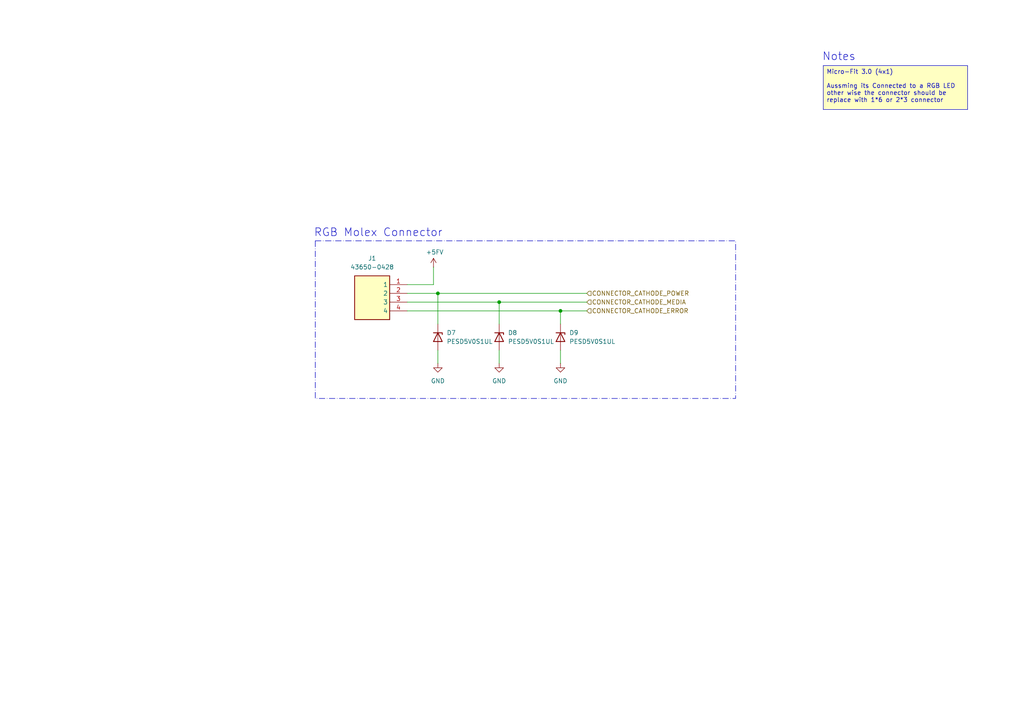
<source format=kicad_sch>
(kicad_sch (version 20250114) (generator "eeschema") (generator_version "9.0")
  (paper "A4")
  (lib_symbols
    (symbol "Connector:43650-0428"
      (property "Reference" "J" (at 16.51 7.62 0))
      (property "Value" "43650-0428" (at 16.51 5.08 0))
      (symbol "43650-0428_1_1"
        (rectangle (start 5.08 2.54) (end 15.24 -10.16) (stroke (width 0.254)) (fill (type background)))
        (pin passive line (at 0 0 0) (length 5.08) (name "4") (number "4"))
        (pin passive line (at 0 -2.54 0) (length 5.08) (name "3") (number "3"))
        (pin passive line (at 0 -5.08 0) (length 5.08) (name "2") (number "2"))
        (pin passive line (at 0 -7.62 0) (length 5.08) (name "1") (number "1"))
      )
    )
    (symbol "Diode:PESD5V0S1UL" (pin_numbers (hide yes)) (pin_names (hide yes))
      (property "Reference" "D" (at 0 2.54 0))
      (property "Value" "PESD5V0S1UL" (at 0 -2.54 0))
      (symbol "PESD5V0S1UL_0_1"
        (polyline (pts (xy -1.27 -1.27) (xy -1.27 1.27) (xy -0.762 1.27)) (stroke (width 0.254)))
        (polyline (pts (xy 1.27 0) (xy -1.27 0)))
        (polyline (pts (xy 1.27 -1.27) (xy 1.27 1.27) (xy -1.27 0) (xy 1.27 -1.27)) (stroke (width 0.254)))
      )
      (symbol "PESD5V0S1UL_1_1"
        (pin passive line (at -3.81 0 0) (length 2.54) (name "K") (number "1"))
        (pin passive line (at 3.81 0 180) (length 2.54) (name "A") (number "2"))
      )
    )
    (symbol "power:+5V" (power) (pin_numbers (hide yes)) (pin_names (offset 0) (hide yes))
      (property "Value" "+5V" (at 0 3.556 0))
      (symbol "+5V_0_1"
        (polyline (pts (xy -0.762 1.27) (xy 0 2.54)))
        (polyline (pts (xy 0 2.54) (xy 0.762 1.27)))
        (polyline (pts (xy 0 0) (xy 0 2.54)))
      )
      (symbol "+5V_1_1"
        (pin power_in line (at 0 0 90) (length 0) (name "~") (number "1"))
      )
    )
    (symbol "power:GND" (power) (pin_numbers (hide yes)) (pin_names (offset 0) (hide yes))
      (property "Value" "GND" (at 0 -3.81 0))
      (symbol "GND_0_1"
        (polyline (pts (xy 0 0) (xy 0 -1.27) (xy 1.27 -1.27) (xy 0 -2.54) (xy -1.27 -1.27) (xy 0 -1.27)))
      )
      (symbol "GND_1_1"
        (pin power_in line (at 0 0 270) (length 0) (name "~") (number "1"))
      )
    )
  )
  (rectangle (start 91.44 69.85) (end 213.36 115.57) (stroke (width 0) (type dash_dot)))
  (text "Notes\n" (at 243.332 16.51 0) (effects (font (size 2.286 2.286))))
  (text "RGB Molex Connector" (at 109.728 67.564 0) (effects (font (size 2.286 2.286))))
  (text_box "Micro-Fit 3.0 (4x1)\n\nAussming its Connected to a RGB LED other wise the connector should be replace with 1*6 or 2*3 connector\n" (at 238.76 19.05 0) (size 41.91 12.7) (margins 0.9525 0.9525 0.9525 0.9525) (fill (type color) (color 255 255 194 1)) (effects (font (size 1.27 1.27)) (justify left top)))
  (junction (at 144.78 87.63))
  (junction (at 127 85.09))
  (junction (at 162.56 90.17))
  (wire (pts (xy 127 85.09) (xy 170.18 85.09)))
  (wire (pts (xy 118.11 90.17) (xy 162.56 90.17)))
  (wire (pts (xy 162.56 90.17) (xy 170.18 90.17)))
  (wire (pts (xy 127 93.98) (xy 127 85.09)))
  (wire (pts (xy 162.56 90.17) (xy 162.56 93.98)))
  (wire (pts (xy 125.73 77.47) (xy 125.73 82.55)))
  (wire (pts (xy 118.11 85.09) (xy 127 85.09)))
  (wire (pts (xy 125.73 82.55) (xy 118.11 82.55)))
  (wire (pts (xy 144.78 87.63) (xy 144.78 93.98)))
  (wire (pts (xy 144.78 87.63) (xy 170.18 87.63)))
  (wire (pts (xy 162.56 101.6) (xy 162.56 105.41)))
  (wire (pts (xy 118.11 87.63) (xy 144.78 87.63)))
  (wire (pts (xy 127 101.6) (xy 127 105.41)))
  (wire (pts (xy 144.78 101.6) (xy 144.78 105.41)))
  (hierarchical_label "CONNECTOR_CATHODE_MEDIA" (shape input) (at 170.18 87.63 0))
  (hierarchical_label "CONNECTOR_CATHODE_POWER" (shape input) (at 170.18 85.09 0))
  (hierarchical_label "CONNECTOR_CATHODE_ERROR" (shape input) (at 170.18 90.17 0))
  (symbol (lib_id "power:GND") (at 144.78 105.41 0) (unit 1)
    (property "Reference" "#PWR010" (effects (hide yes)))
    (property "Value" "GND" (at 144.78 110.49 0))
    (property "Description" "Power symbol creates a global label with name \"GND\" , ground" (effects (hide yes)))
  )
  (symbol (lib_id "Connector:43650-0428") (at 118.11 90.17 180) (unit 1)
    (property "Reference" "J1" (at 107.95 74.93 0))
    (property "Value" "43650-0428" (at 107.95 77.47 0))
    (property "Footprint" "Connector:43650-04YY_272829" (effects (hide yes)))
    (property "Datasheet" "https://www.molex.com/pdm_docs/sd/436500227_sd.pdf" (effects (hide yes)))
    (property "Description" "Micro-Fit 3.0 Vertical Header, 3.00mm Pitch, Single Row, 4 Circuits, with PCB Polarizing Peg, Glow-Wire Capable, Black" (effects (hide yes)))
    (property "Height" "9.9" (effects (hide yes)))
    (property "Manufacturer_Name" "Molex" (effects (hide yes)))
    (property "Manufacturer_Part_Number" "43650-0428" (effects (hide yes)))
    (property "Mouser Part Number" "538-43650-0428" (effects (hide yes)))
    (property "Mouser Price/Stock" "https://www.mouser.co.uk/ProductDetail/Molex/43650-0428?qs=zhePCb1yaFNxbtO8xFE5bw%3D%3D" (effects (hide yes)))
  )
  (symbol (lib_id "power:GND") (at 127 105.41 0) (unit 1)
    (property "Reference" "#PWR09" (effects (hide yes)))
    (property "Value" "GND" (at 127 110.49 0))
    (property "Description" "Power symbol creates a global label with name \"GND\" , ground" (effects (hide yes)))
  )
  (symbol (lib_id "Diode:PESD5V0S1UL") (at 162.56 97.79 270) (unit 1)
    (property "Reference" "D9" (at 165.1 96.5199 90) (effects (justify left)))
    (property "Value" "PESD5V0S1UL" (at 165.1 99.0599 90) (effects (justify left)))
    (property "Footprint" "Diode_SMD:D_SOD-882" (effects (hide yes)))
    (property "Datasheet" "https://assets.nexperia.com/documents/data-sheet/PESD5V0S1UL.pdf" (effects (hide yes)))
    (property "Description" "Unidirectional ESD protection diode, 5V, SOD-882" (effects (hide yes)))
  )
  (symbol (lib_id "Diode:PESD5V0S1UL") (at 127 97.79 270) (unit 1)
    (property "Reference" "D7" (at 129.54 96.5199 90) (effects (justify left)))
    (property "Value" "PESD5V0S1UL" (at 129.54 99.0599 90) (effects (justify left)))
    (property "Footprint" "Diode_SMD:D_SOD-882" (effects (hide yes)))
    (property "Datasheet" "https://assets.nexperia.com/documents/data-sheet/PESD5V0S1UL.pdf" (effects (hide yes)))
    (property "Description" "Unidirectional ESD protection diode, 5V, SOD-882" (effects (hide yes)))
  )
  (symbol (lib_id "Diode:PESD5V0S1UL") (at 144.78 97.79 270) (unit 1)
    (property "Reference" "D8" (at 147.32 96.5199 90) (effects (justify left)))
    (property "Value" "PESD5V0S1UL" (at 147.32 99.0599 90) (effects (justify left)))
    (property "Footprint" "Diode_SMD:D_SOD-882" (effects (hide yes)))
    (property "Datasheet" "https://assets.nexperia.com/documents/data-sheet/PESD5V0S1UL.pdf" (effects (hide yes)))
    (property "Description" "Unidirectional ESD protection diode, 5V, SOD-882" (effects (hide yes)))
  )
  (symbol (lib_id "power:GND") (at 162.56 105.41 0) (unit 1)
    (property "Reference" "#PWR011" (effects (hide yes)))
    (property "Value" "GND" (at 162.56 110.49 0))
    (property "Description" "Power symbol creates a global label with name \"GND\" , ground" (effects (hide yes)))
  )
  (symbol (lib_id "power:+5V") (at 125.73 77.47 0) (unit 1)
    (property "Reference" "#PWR08" (effects (hide yes)))
    (property "Value" "+5FV" (at 126.0983 73.1456 0))
    (property "Description" "Power symbol creates a global label with name \"+5V\"" (effects (hide yes)))
  )
)
</source>
